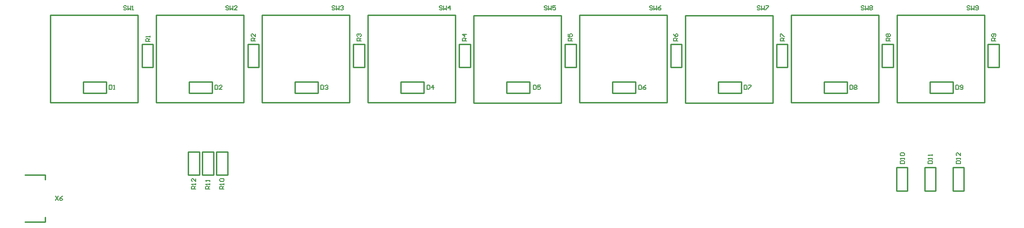
<source format=gto>
G04*
G04 #@! TF.GenerationSoftware,Altium Limited,Altium Designer,22.7.1 (60)*
G04*
G04 Layer_Color=65535*
%FSLAX24Y24*%
%MOIN*%
G70*
G04*
G04 #@! TF.SameCoordinates,DC1CCC30-8026-4ED1-971E-78593126AE31*
G04*
G04*
G04 #@! TF.FilePolarity,Positive*
G04*
G01*
G75*
%ADD10C,0.0100*%
%ADD11C,0.0050*%
D10*
X4217Y29634D02*
X5654D01*
Y29969D01*
X4217Y32980D02*
X5654D01*
Y32646D02*
Y32980D01*
X15782Y34614D02*
X16569D01*
Y32961D02*
Y34614D01*
X15782Y32961D02*
Y34614D01*
Y32961D02*
X16569D01*
X69965Y31839D02*
X70752D01*
Y33492D01*
X69965D02*
X70752D01*
X69965Y31839D02*
Y33492D01*
X68327Y38780D02*
X69980D01*
X68327D02*
Y39567D01*
X69980D01*
Y38780D02*
Y39567D01*
X66004Y38091D02*
X72205D01*
X66004D02*
Y44291D01*
X72205D01*
Y38091D02*
Y44291D01*
X65965Y31839D02*
Y33492D01*
X66752D01*
Y31839D02*
Y33492D01*
X65965Y31839D02*
X66752D01*
X67965D02*
X68752D01*
Y33492D01*
X67965D02*
X68752D01*
X67965Y31839D02*
Y33492D01*
X13287Y40591D02*
Y42244D01*
X12500Y40591D02*
X13287D01*
X12500D02*
Y42244D01*
X13287D01*
X20780Y40591D02*
Y42244D01*
X19993Y40591D02*
X20780D01*
X19993D02*
Y42244D01*
X20780D01*
X28273Y40591D02*
Y42244D01*
X27485Y40591D02*
X28273D01*
X27485D02*
Y42244D01*
X28273D01*
X35765Y40591D02*
Y42244D01*
X34978Y40591D02*
X35765D01*
X34978D02*
Y42244D01*
X35765D01*
X43258Y40591D02*
Y42244D01*
X42470Y40591D02*
X43258D01*
X42470D02*
Y42244D01*
X43258D01*
X50750Y40591D02*
Y42244D01*
X49963Y40591D02*
X50750D01*
X49963D02*
Y42244D01*
X50750D01*
X58243Y40591D02*
Y42244D01*
X57456Y40591D02*
X58243D01*
X57456D02*
Y42244D01*
X58243D01*
X65736Y40591D02*
Y42244D01*
X64948Y40591D02*
X65736D01*
X64948D02*
Y42244D01*
X65736D01*
X73228Y40591D02*
Y42244D01*
X72441Y40591D02*
X73228D01*
X72441D02*
Y42244D01*
X73228D01*
X17782Y34614D02*
X18569D01*
Y32961D02*
Y34614D01*
X17782Y32961D02*
Y34614D01*
Y32961D02*
X18569D01*
X16782Y34614D02*
X17569D01*
Y32961D02*
Y34614D01*
X16782Y32961D02*
Y34614D01*
Y32961D02*
X17569D01*
X6004Y38091D02*
X12205D01*
X6004D02*
Y44291D01*
X12205D01*
Y38091D02*
Y44291D01*
X13504Y38091D02*
X19705D01*
X13504D02*
Y44291D01*
X19705D01*
Y38091D02*
Y44291D01*
X21004Y38091D02*
X27205D01*
X21004D02*
Y44291D01*
X27205D01*
Y38091D02*
Y44291D01*
X28504Y38091D02*
X34705D01*
X28504D02*
Y44291D01*
X34705D01*
Y38091D02*
Y44291D01*
X36004Y38075D02*
X42205D01*
X36004D02*
Y44276D01*
X42205D01*
Y38075D02*
Y44276D01*
X43504Y38091D02*
X49705D01*
X43504D02*
Y44291D01*
X49705D01*
Y38091D02*
Y44291D01*
X51004Y38075D02*
X57205D01*
X51004D02*
Y44276D01*
X57205D01*
Y38075D02*
Y44276D01*
X58504Y38091D02*
X64705D01*
X58504D02*
Y44291D01*
X64705D01*
Y38091D02*
Y44291D01*
X8327Y38780D02*
X9980D01*
X8327D02*
Y39567D01*
X9980D01*
Y38780D02*
Y39567D01*
X15827Y38780D02*
X17480D01*
X15827D02*
Y39567D01*
X17480D01*
Y38780D02*
Y39567D01*
X23327Y38780D02*
X24980D01*
X23327D02*
Y39567D01*
X24980D01*
Y38780D02*
Y39567D01*
X30827Y38780D02*
X32480D01*
X30827D02*
Y39567D01*
X32480D01*
Y38780D02*
Y39567D01*
X38327Y38780D02*
X39980D01*
X38327D02*
Y39567D01*
X39980D01*
Y38780D02*
Y39567D01*
X45827Y38780D02*
X47480D01*
X45827D02*
Y39567D01*
X47480D01*
Y38780D02*
Y39567D01*
X53327Y38780D02*
X54980D01*
X53327D02*
Y39567D01*
X54980D01*
Y38780D02*
Y39567D01*
X60827Y38780D02*
X62480D01*
X60827D02*
Y39567D01*
X62480D01*
Y38780D02*
Y39567D01*
D11*
X6368Y31457D02*
X6568Y31157D01*
Y31457D02*
X6368Y31157D01*
X6868Y31457D02*
X6768Y31407D01*
X6668Y31307D01*
Y31207D01*
X6718Y31157D01*
X6818D01*
X6868Y31207D01*
Y31257D01*
X6818Y31307D01*
X6668D01*
X16318Y31956D02*
X16018D01*
Y32106D01*
X16068Y32156D01*
X16168D01*
X16218Y32106D01*
Y31956D01*
Y32056D02*
X16318Y32156D01*
Y32256D02*
Y32356D01*
Y32306D01*
X16018D01*
X16068Y32256D01*
X16318Y32706D02*
Y32506D01*
X16118Y32706D01*
X16068D01*
X16018Y32656D01*
Y32556D01*
X16068Y32506D01*
X70200Y33779D02*
X70500D01*
Y33929D01*
X70450Y33979D01*
X70250D01*
X70200Y33929D01*
Y33779D01*
X70500Y34079D02*
Y34179D01*
Y34129D01*
X70200D01*
X70250Y34079D01*
X70500Y34528D02*
Y34328D01*
X70300Y34528D01*
X70250D01*
X70200Y34478D01*
Y34378D01*
X70250Y34328D01*
X70173Y39323D02*
Y39024D01*
X70323D01*
X70373Y39074D01*
Y39273D01*
X70323Y39323D01*
X70173D01*
X70473Y39074D02*
X70523Y39024D01*
X70623D01*
X70673Y39074D01*
Y39273D01*
X70623Y39323D01*
X70523D01*
X70473Y39273D01*
Y39223D01*
X70523Y39173D01*
X70673D01*
X71165Y44911D02*
X71115Y44961D01*
X71015D01*
X70965Y44911D01*
Y44861D01*
X71015Y44811D01*
X71115D01*
X71165Y44761D01*
Y44711D01*
X71115Y44661D01*
X71015D01*
X70965Y44711D01*
X71265Y44961D02*
Y44661D01*
X71365Y44761D01*
X71465Y44661D01*
Y44961D01*
X71565Y44711D02*
X71615Y44661D01*
X71715D01*
X71765Y44711D01*
Y44911D01*
X71715Y44961D01*
X71615D01*
X71565Y44911D01*
Y44861D01*
X71615Y44811D01*
X71765D01*
X66232Y33779D02*
X66532D01*
Y33929D01*
X66482Y33979D01*
X66282D01*
X66232Y33929D01*
Y33779D01*
X66532Y34079D02*
Y34179D01*
Y34129D01*
X66232D01*
X66282Y34079D01*
Y34328D02*
X66232Y34378D01*
Y34478D01*
X66282Y34528D01*
X66482D01*
X66532Y34478D01*
Y34378D01*
X66482Y34328D01*
X66282D01*
X68216Y33779D02*
X68516D01*
Y33929D01*
X68466Y33979D01*
X68266D01*
X68216Y33929D01*
Y33779D01*
X68516Y34079D02*
Y34179D01*
Y34129D01*
X68216D01*
X68266Y34079D01*
X68516Y34328D02*
Y34428D01*
Y34378D01*
X68216D01*
X68266Y34328D01*
X13067Y42426D02*
X12767D01*
Y42576D01*
X12817Y42626D01*
X12917D01*
X12967Y42576D01*
Y42426D01*
Y42526D02*
X13067Y42626D01*
Y42726D02*
Y42826D01*
Y42776D01*
X12767D01*
X12817Y42726D01*
X20548Y42474D02*
X20248D01*
Y42624D01*
X20298Y42674D01*
X20398D01*
X20448Y42624D01*
Y42474D01*
Y42574D02*
X20548Y42674D01*
Y42974D02*
Y42774D01*
X20348Y42974D01*
X20298D01*
X20248Y42924D01*
Y42824D01*
X20298Y42774D01*
X28028Y42474D02*
X27728D01*
Y42624D01*
X27778Y42674D01*
X27878D01*
X27928Y42624D01*
Y42474D01*
Y42574D02*
X28028Y42674D01*
X27778Y42774D02*
X27728Y42824D01*
Y42924D01*
X27778Y42974D01*
X27828D01*
X27878Y42924D01*
Y42874D01*
Y42924D01*
X27928Y42974D01*
X27978D01*
X28028Y42924D01*
Y42824D01*
X27978Y42774D01*
X35508Y42474D02*
X35208D01*
Y42624D01*
X35258Y42674D01*
X35358D01*
X35408Y42624D01*
Y42474D01*
Y42574D02*
X35508Y42674D01*
Y42924D02*
X35208D01*
X35358Y42774D01*
Y42974D01*
X42989Y42474D02*
X42689D01*
Y42624D01*
X42739Y42674D01*
X42839D01*
X42889Y42624D01*
Y42474D01*
Y42574D02*
X42989Y42674D01*
X42689Y42974D02*
Y42774D01*
X42839D01*
X42789Y42874D01*
Y42924D01*
X42839Y42974D01*
X42939D01*
X42989Y42924D01*
Y42824D01*
X42939Y42774D01*
X50469Y42474D02*
X50169D01*
Y42624D01*
X50219Y42674D01*
X50319D01*
X50369Y42624D01*
Y42474D01*
Y42574D02*
X50469Y42674D01*
X50169Y42974D02*
X50219Y42874D01*
X50319Y42774D01*
X50419D01*
X50469Y42824D01*
Y42924D01*
X50419Y42974D01*
X50369D01*
X50319Y42924D01*
Y42774D01*
X58048Y42474D02*
X57748D01*
Y42624D01*
X57798Y42674D01*
X57898D01*
X57948Y42624D01*
Y42474D01*
Y42574D02*
X58048Y42674D01*
X57748Y42774D02*
Y42974D01*
X57798D01*
X57998Y42774D01*
X58048D01*
X65528Y42474D02*
X65228D01*
Y42624D01*
X65278Y42674D01*
X65378D01*
X65428Y42624D01*
Y42474D01*
Y42574D02*
X65528Y42674D01*
X65278Y42774D02*
X65228Y42824D01*
Y42924D01*
X65278Y42974D01*
X65328D01*
X65378Y42924D01*
X65428Y42974D01*
X65478D01*
X65528Y42924D01*
Y42824D01*
X65478Y42774D01*
X65428D01*
X65378Y42824D01*
X65328Y42774D01*
X65278D01*
X65378Y42824D02*
Y42924D01*
X73008Y42474D02*
X72708D01*
Y42624D01*
X72758Y42674D01*
X72858D01*
X72908Y42624D01*
Y42474D01*
Y42574D02*
X73008Y42674D01*
X72958Y42774D02*
X73008Y42824D01*
Y42924D01*
X72958Y42974D01*
X72758D01*
X72708Y42924D01*
Y42824D01*
X72758Y42774D01*
X72808D01*
X72858Y42824D01*
Y42974D01*
X18318Y31956D02*
X18018D01*
Y32106D01*
X18068Y32156D01*
X18168D01*
X18218Y32106D01*
Y31956D01*
Y32056D02*
X18318Y32156D01*
Y32256D02*
Y32356D01*
Y32306D01*
X18018D01*
X18068Y32256D01*
Y32506D02*
X18018Y32556D01*
Y32656D01*
X18068Y32706D01*
X18268D01*
X18318Y32656D01*
Y32556D01*
X18268Y32506D01*
X18068D01*
X17318Y31956D02*
X17018D01*
Y32106D01*
X17068Y32156D01*
X17168D01*
X17218Y32106D01*
Y31956D01*
Y32056D02*
X17318Y32156D01*
Y32256D02*
Y32356D01*
Y32306D01*
X17018D01*
X17068Y32256D01*
X17318Y32506D02*
Y32606D01*
Y32556D01*
X17018D01*
X17068Y32506D01*
X11389Y44911D02*
X11339Y44961D01*
X11239D01*
X11189Y44911D01*
Y44861D01*
X11239Y44811D01*
X11339D01*
X11389Y44761D01*
Y44711D01*
X11339Y44661D01*
X11239D01*
X11189Y44711D01*
X11489Y44961D02*
Y44661D01*
X11589Y44761D01*
X11689Y44661D01*
Y44961D01*
X11789Y44661D02*
X11889D01*
X11839D01*
Y44961D01*
X11789Y44911D01*
X18644D02*
X18594Y44961D01*
X18494D01*
X18444Y44911D01*
Y44861D01*
X18494Y44811D01*
X18594D01*
X18644Y44761D01*
Y44711D01*
X18594Y44661D01*
X18494D01*
X18444Y44711D01*
X18744Y44961D02*
Y44661D01*
X18844Y44761D01*
X18944Y44661D01*
Y44961D01*
X19244Y44661D02*
X19044D01*
X19244Y44861D01*
Y44911D01*
X19194Y44961D01*
X19094D01*
X19044Y44911D01*
X26161D02*
X26111Y44961D01*
X26011D01*
X25961Y44911D01*
Y44861D01*
X26011Y44811D01*
X26111D01*
X26161Y44761D01*
Y44711D01*
X26111Y44661D01*
X26011D01*
X25961Y44711D01*
X26261Y44961D02*
Y44661D01*
X26361Y44761D01*
X26460Y44661D01*
Y44961D01*
X26560Y44911D02*
X26610Y44961D01*
X26710D01*
X26760Y44911D01*
Y44861D01*
X26710Y44811D01*
X26660D01*
X26710D01*
X26760Y44761D01*
Y44711D01*
X26710Y44661D01*
X26610D01*
X26560Y44711D01*
X33787Y44911D02*
X33737Y44961D01*
X33637D01*
X33587Y44911D01*
Y44861D01*
X33637Y44811D01*
X33737D01*
X33787Y44761D01*
Y44711D01*
X33737Y44661D01*
X33637D01*
X33587Y44711D01*
X33887Y44961D02*
Y44661D01*
X33987Y44761D01*
X34087Y44661D01*
Y44961D01*
X34337Y44661D02*
Y44961D01*
X34187Y44811D01*
X34387D01*
X41209Y44911D02*
X41159Y44961D01*
X41059D01*
X41009Y44911D01*
Y44861D01*
X41059Y44811D01*
X41159D01*
X41209Y44761D01*
Y44711D01*
X41159Y44661D01*
X41059D01*
X41009Y44711D01*
X41309Y44961D02*
Y44661D01*
X41409Y44761D01*
X41509Y44661D01*
Y44961D01*
X41809D02*
X41609D01*
Y44811D01*
X41709Y44861D01*
X41759D01*
X41809Y44811D01*
Y44711D01*
X41759Y44661D01*
X41659D01*
X41609Y44711D01*
X48679Y44911D02*
X48629Y44961D01*
X48529D01*
X48479Y44911D01*
Y44861D01*
X48529Y44811D01*
X48629D01*
X48679Y44761D01*
Y44711D01*
X48629Y44661D01*
X48529D01*
X48479Y44711D01*
X48779Y44961D02*
Y44661D01*
X48878Y44761D01*
X48978Y44661D01*
Y44961D01*
X49278D02*
X49178Y44911D01*
X49078Y44811D01*
Y44711D01*
X49128Y44661D01*
X49228D01*
X49278Y44711D01*
Y44761D01*
X49228Y44811D01*
X49078D01*
X56305Y44911D02*
X56255Y44961D01*
X56155D01*
X56105Y44911D01*
Y44861D01*
X56155Y44811D01*
X56255D01*
X56305Y44761D01*
Y44711D01*
X56255Y44661D01*
X56155D01*
X56105Y44711D01*
X56405Y44961D02*
Y44661D01*
X56505Y44761D01*
X56605Y44661D01*
Y44961D01*
X56705D02*
X56905D01*
Y44911D01*
X56705Y44711D01*
Y44661D01*
X63664Y44911D02*
X63614Y44961D01*
X63514D01*
X63464Y44911D01*
Y44861D01*
X63514Y44811D01*
X63614D01*
X63664Y44761D01*
Y44711D01*
X63614Y44661D01*
X63514D01*
X63464Y44711D01*
X63764Y44961D02*
Y44661D01*
X63864Y44761D01*
X63964Y44661D01*
Y44961D01*
X64064Y44911D02*
X64114Y44961D01*
X64214D01*
X64264Y44911D01*
Y44861D01*
X64214Y44811D01*
X64264Y44761D01*
Y44711D01*
X64214Y44661D01*
X64114D01*
X64064Y44711D01*
Y44761D01*
X64114Y44811D01*
X64064Y44861D01*
Y44911D01*
X64114Y44811D02*
X64214D01*
X10184Y39347D02*
Y39047D01*
X10334D01*
X10384Y39097D01*
Y39297D01*
X10334Y39347D01*
X10184D01*
X10484Y39047D02*
X10584D01*
X10534D01*
Y39347D01*
X10484Y39297D01*
X17688Y39323D02*
Y39024D01*
X17838D01*
X17888Y39074D01*
Y39273D01*
X17838Y39323D01*
X17688D01*
X18188Y39024D02*
X17988D01*
X18188Y39223D01*
Y39273D01*
X18138Y39323D01*
X18038D01*
X17988Y39273D01*
X25176Y39319D02*
Y39019D01*
X25326D01*
X25376Y39069D01*
Y39269D01*
X25326Y39319D01*
X25176D01*
X25476Y39269D02*
X25526Y39319D01*
X25626D01*
X25676Y39269D01*
Y39219D01*
X25626Y39169D01*
X25576D01*
X25626D01*
X25676Y39119D01*
Y39069D01*
X25626Y39019D01*
X25526D01*
X25476Y39069D01*
X32702Y39323D02*
Y39024D01*
X32851D01*
X32901Y39074D01*
Y39273D01*
X32851Y39323D01*
X32702D01*
X33151Y39024D02*
Y39323D01*
X33001Y39173D01*
X33201D01*
X40226Y39331D02*
Y39031D01*
X40376D01*
X40426Y39081D01*
Y39281D01*
X40376Y39331D01*
X40226D01*
X40726D02*
X40526D01*
Y39181D01*
X40626Y39231D01*
X40676D01*
X40726Y39181D01*
Y39081D01*
X40676Y39031D01*
X40576D01*
X40526Y39081D01*
X47707Y39331D02*
Y39031D01*
X47857D01*
X47907Y39081D01*
Y39281D01*
X47857Y39331D01*
X47707D01*
X48207D02*
X48107Y39281D01*
X48007Y39181D01*
Y39081D01*
X48057Y39031D01*
X48157D01*
X48207Y39081D01*
Y39131D01*
X48157Y39181D01*
X48007D01*
X55187Y39331D02*
Y39031D01*
X55337D01*
X55387Y39081D01*
Y39281D01*
X55337Y39331D01*
X55187D01*
X55487D02*
X55687D01*
Y39281D01*
X55487Y39081D01*
Y39031D01*
X62667Y39331D02*
Y39031D01*
X62817D01*
X62867Y39081D01*
Y39281D01*
X62817Y39331D01*
X62667D01*
X62967Y39281D02*
X63017Y39331D01*
X63117D01*
X63167Y39281D01*
Y39231D01*
X63117Y39181D01*
X63167Y39131D01*
Y39081D01*
X63117Y39031D01*
X63017D01*
X62967Y39081D01*
Y39131D01*
X63017Y39181D01*
X62967Y39231D01*
Y39281D01*
X63017Y39181D02*
X63117D01*
M02*

</source>
